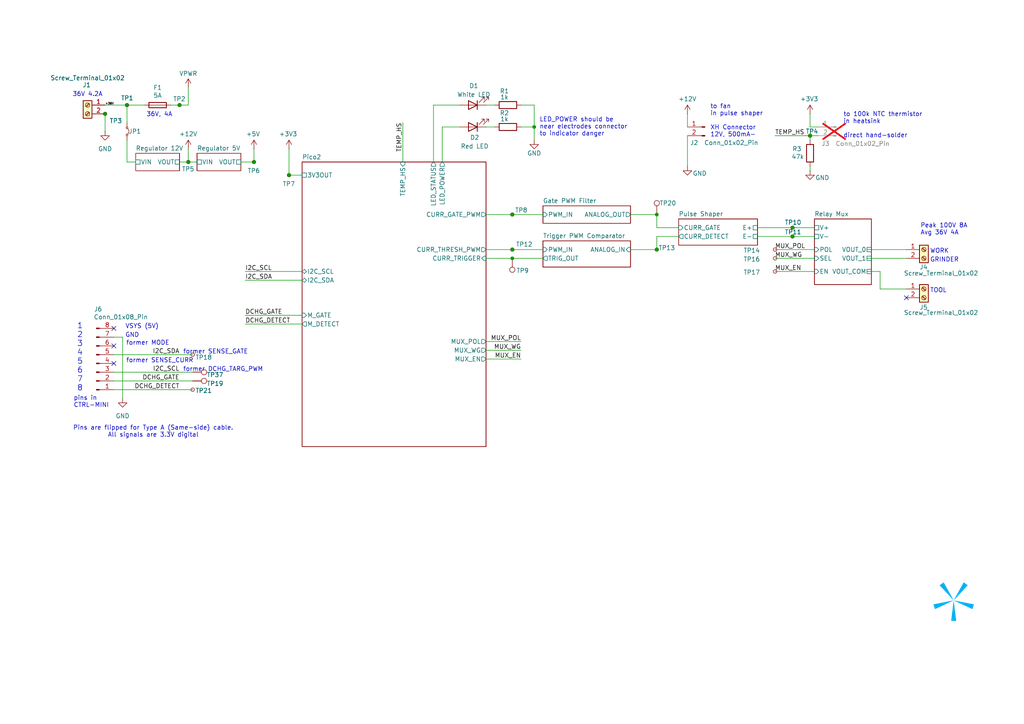
<source format=kicad_sch>
(kicad_sch (version 20231120) (generator "eeschema") (generator_version "8.0")
  (paper "A4")
  (title_block (title "CTRL-MINI-ED") (date "2024-12-11") (rev "1") (company "Spark Project") (comment 1 "Author: 夕月霞 (xyx)") (comment 2 "Electric Discharge Machining board for CTRL-MINI"))
  (lib_symbols
    (symbol "Connector:Conn_01x02_Pin" (pin_names (offset 1.016) hide)
      (property "Reference" "J" (at 0 2.54 0))
      (property "Value" "Conn_01x02_Pin" (at 0 -5.08 0))
      (symbol "Conn_01x02_Pin_1_1"
        (polyline (pts (xy 1.27 -2.54) (xy 0.8636 -2.54)) (stroke (width 0.1524)))
        (polyline (pts (xy 1.27 0) (xy 0.8636 0)) (stroke (width 0.1524)))
        (rectangle (start 0.8636 -2.413) (end 0 -2.667) (stroke (width 0.1524)) (fill (type outline)))
        (rectangle (start 0.8636 0.127) (end 0 -0.127) (stroke (width 0.1524)) (fill (type outline)))
        (pin passive line (at 5.08 0 180) (length 3.81) (name "Pin_1") (number "1"))
        (pin passive line (at 5.08 -2.54 180) (length 3.81) (name "Pin_2") (number "2"))
      )
    )
    (symbol "Connector:Conn_01x08_Pin" (pin_names (offset 1.016) hide)
      (property "Reference" "J" (at 0 10.16 0))
      (property "Value" "Conn_01x08_Pin" (at 0 -12.7 0))
      (symbol "Conn_01x08_Pin_1_1"
        (polyline (pts (xy 1.27 -10.16) (xy 0.8636 -10.16)) (stroke (width 0.1524)))
        (polyline (pts (xy 1.27 -7.62) (xy 0.8636 -7.62)) (stroke (width 0.1524)))
        (polyline (pts (xy 1.27 -5.08) (xy 0.8636 -5.08)) (stroke (width 0.1524)))
        (polyline (pts (xy 1.27 -2.54) (xy 0.8636 -2.54)) (stroke (width 0.1524)))
        (polyline (pts (xy 1.27 0) (xy 0.8636 0)) (stroke (width 0.1524)))
        (polyline (pts (xy 1.27 2.54) (xy 0.8636 2.54)) (stroke (width 0.1524)))
        (polyline (pts (xy 1.27 5.08) (xy 0.8636 5.08)) (stroke (width 0.1524)))
        (polyline (pts (xy 1.27 7.62) (xy 0.8636 7.62)) (stroke (width 0.1524)))
        (rectangle (start 0.8636 -10.033) (end 0 -10.287) (stroke (width 0.1524)) (fill (type outline)))
        (rectangle (start 0.8636 -7.493) (end 0 -7.747) (stroke (width 0.1524)) (fill (type outline)))
        (rectangle (start 0.8636 -4.953) (end 0 -5.207) (stroke (width 0.1524)) (fill (type outline)))
        (rectangle (start 0.8636 -2.413) (end 0 -2.667) (stroke (width 0.1524)) (fill (type outline)))
        (rectangle (start 0.8636 0.127) (end 0 -0.127) (stroke (width 0.1524)) (fill (type outline)))
        (rectangle (start 0.8636 2.667) (end 0 2.413) (stroke (width 0.1524)) (fill (type outline)))
        (rectangle (start 0.8636 5.207) (end 0 4.953) (stroke (width 0.1524)) (fill (type outline)))
        (rectangle (start 0.8636 7.747) (end 0 7.493) (stroke (width 0.1524)) (fill (type outline)))
        (pin passive line (at 5.08 7.62 180) (length 3.81) (name "Pin_1") (number "1"))
        (pin passive line (at 5.08 5.08 180) (length 3.81) (name "Pin_2") (number "2"))
        (pin passive line (at 5.08 2.54 180) (length 3.81) (name "Pin_3") (number "3"))
        (pin passive line (at 5.08 0 180) (length 3.81) (name "Pin_4") (number "4"))
        (pin passive line (at 5.08 -2.54 180) (length 3.81) (name "Pin_5") (number "5"))
        (pin passive line (at 5.08 -5.08 180) (length 3.81) (name "Pin_6") (number "6"))
        (pin passive line (at 5.08 -7.62 180) (length 3.81) (name "Pin_7") (number "7"))
        (pin passive line (at 5.08 -10.16 180) (length 3.81) (name "Pin_8") (number "8"))
      )
    )
    (symbol "Connector:Screw_Terminal_01x02" (pin_names (offset 1.016) hide)
      (property "Reference" "J" (at 0 2.54 0))
      (property "Value" "Screw_Terminal_01x02" (at 0 -5.08 0))
      (symbol "Screw_Terminal_01x02_1_1"
        (rectangle (start -1.27 1.27) (end 1.27 -3.81) (stroke (width 0.254)) (fill (type background)))
        (circle (center 0 -2.54) (radius 0.635) (stroke (width 0.1524)))
        (polyline (pts (xy -0.5334 -2.2098) (xy 0.3302 -3.048)) (stroke (width 0.1524)))
        (polyline (pts (xy -0.5334 0.3302) (xy 0.3302 -0.508)) (stroke (width 0.1524)))
        (polyline (pts (xy -0.3556 -2.032) (xy 0.508 -2.8702)) (stroke (width 0.1524)))
        (polyline (pts (xy -0.3556 0.508) (xy 0.508 -0.3302)) (stroke (width 0.1524)))
        (circle (center 0 0) (radius 0.635) (stroke (width 0.1524)))
        (pin passive line (at -5.08 0 0) (length 3.81) (name "Pin_1") (number "1"))
        (pin passive line (at -5.08 -2.54 0) (length 3.81) (name "Pin_2") (number "2"))
      )
    )
    (symbol "Connector:TestPoint" (pin_numbers hide) (pin_names (offset 0.762) hide)
      (property "Reference" "TP" (at 0 6.858 0))
      (property "Value" "TestPoint" (at 0 5.08 0))
      (symbol "TestPoint_0_1"
        (circle (center 0 3.302) (radius 0.762))
      )
      (symbol "TestPoint_1_1"
        (pin passive line (at 0 0 90) (length 2.54) (name "1") (number "1"))
      )
    )
    (symbol "Connector:TestPoint_Small" (pin_numbers hide) (pin_names (offset 0.762) hide)
      (property "Reference" "TP" (at 0 3.81 0))
      (property "Value" "TestPoint_Small" (at 0 2.032 0))
      (symbol "TestPoint_Small_0_1"
        (circle (center 0 0) (radius 0.508))
      )
      (symbol "TestPoint_Small_1_1"
        (pin passive line (at 0 0 90) (length 0) (name "1") (number "1"))
      )
    )
    (symbol "Device:Fuse" (pin_numbers hide) (pin_names (offset 0))
      (property "Reference" "F" (at 2.032 0 90))
      (property "Value" "Fuse" (at -1.905 0 90))
      (symbol "Fuse_0_1"
        (rectangle (start -0.762 -2.54) (end 0.762 2.54) (stroke (width 0.254)))
        (polyline (pts (xy 0 2.54) (xy 0 -2.54)))
      )
      (symbol "Fuse_1_1"
        (pin passive line (at 0 3.81 270) (length 1.27) (name "~") (number "1"))
        (pin passive line (at 0 -3.81 90) (length 1.27) (name "~") (number "2"))
      )
    )
    (symbol "Device:LED" (pin_numbers hide) (pin_names (offset 1.016) hide)
      (property "Reference" "D" (at 0 2.54 0))
      (property "Value" "LED" (at 0 -2.54 0))
      (symbol "LED_0_1"
        (polyline (pts (xy -1.27 -1.27) (xy -1.27 1.27)) (stroke (width 0.254)))
        (polyline (pts (xy -1.27 0) (xy 1.27 0)))
        (polyline (pts (xy 1.27 -1.27) (xy 1.27 1.27) (xy -1.27 0) (xy 1.27 -1.27)) (stroke (width 0.254)))
        (polyline (pts (xy -3.048 -0.762) (xy -4.572 -2.286) (xy -3.81 -2.286) (xy -4.572 -2.286) (xy -4.572 -1.524)))
        (polyline (pts (xy -1.778 -0.762) (xy -3.302 -2.286) (xy -2.54 -2.286) (xy -3.302 -2.286) (xy -3.302 -1.524)))
      )
      (symbol "LED_1_1"
        (pin passive line (at -3.81 0 0) (length 2.54) (name "K") (number "1"))
        (pin passive line (at 3.81 0 180) (length 2.54) (name "A") (number "2"))
      )
    )
    (symbol "Device:R" (pin_numbers hide) (pin_names (offset 0))
      (property "Reference" "R" (at 2.032 0 90))
      (property "Value" "R" (at 0 0 90))
      (symbol "R_0_1"
        (rectangle (start -1.016 -2.54) (end 1.016 2.54) (stroke (width 0.254)))
      )
      (symbol "R_1_1"
        (pin passive line (at 0 3.81 270) (length 1.27) (name "~") (number "1"))
        (pin passive line (at 0 -3.81 90) (length 1.27) (name "~") (number "2"))
      )
    )
    (symbol "Jumper:Jumper_2_Small_Bridged" (pin_numbers hide) (pin_names (offset 0) hide) (exclude_from_sim yes)
      (property "Reference" "JP" (at 0 2.032 0))
      (property "Value" "Jumper_2_Small_Bridged" (at 0 -2.286 0))
      (symbol "Jumper_2_Small_Bridged_0_0"
        (circle (center -1.016 0) (radius 0.254))
        (circle (center 1.016 0) (radius 0.254))
      )
      (symbol "Jumper_2_Small_Bridged_0_1"
        (arc (start 0.762 0.254) (mid 0 0.5696) (end -0.762 0.254))
      )
      (symbol "Jumper_2_Small_Bridged_1_1"
        (pin passive line (at -2.54 0 0) (length 1.27) (name "A") (number "1"))
        (pin passive line (at 2.54 0 180) (length 1.27) (name "B") (number "2"))
      )
    )
    (symbol "power:GND" (power) (pin_numbers hide) (pin_names (offset 0) hide)
      (property "Value" "GND" (at 0 -3.81 0))
      (symbol "GND_0_1"
        (polyline (pts (xy 0 0) (xy 0 -1.27) (xy 1.27 -1.27) (xy 0 -2.54) (xy -1.27 -1.27) (xy 0 -1.27)))
      )
      (symbol "GND_1_1"
        (pin power_in line (at 0 0 270) (length 0) (name "~") (number "1"))
      )
    )
    (symbol "power:VCC" (power) (pin_numbers hide) (pin_names (offset 0) hide)
      (property "Value" "VCC" (at 0 3.556 0))
      (symbol "VCC_0_1"
        (polyline (pts (xy -0.762 1.27) (xy 0 2.54)))
        (polyline (pts (xy 0 0) (xy 0 2.54)))
        (polyline (pts (xy 0 2.54) (xy 0.762 1.27)))
      )
      (symbol "VCC_1_1"
        (pin power_in line (at 0 0 90) (length 0) (name "~") (number "1"))
      )
    )
    (symbol "power:VDD" (power) (pin_numbers hide) (pin_names (offset 0) hide)
      (property "Value" "VDD" (at 0 3.556 0))
      (symbol "VDD_0_1"
        (polyline (pts (xy -0.762 1.27) (xy 0 2.54)))
        (polyline (pts (xy 0 0) (xy 0 2.54)))
        (polyline (pts (xy 0 2.54) (xy 0.762 1.27)))
      )
      (symbol "VDD_1_1"
        (pin power_in line (at 0 0 90) (length 0) (name "~") (number "1"))
      )
    )
  )
  (junction (at 148.59 74.93))
  (junction (at 229.87 66.04))
  (junction (at 52.07 30.48))
  (junction (at 73.66 46.99))
  (junction (at 54.61 46.99))
  (junction (at 148.59 72.39))
  (junction (at 148.59 62.23))
  (junction (at 234.95 39.37))
  (junction (at 83.82 50.8))
  (junction (at 190.5 62.23))
  (junction (at 30.48 33.02))
  (junction (at 190.5 72.39))
  (junction (at 229.87 68.58))
  (junction (at 154.94 36.83))
  (junction (at 36.83 30.48))
  (no_connect (at 33.02 105.41))
  (no_connect (at 33.02 95.25))
  (no_connect (at 33.02 100.33))
  (no_connect (at 262.89 86.36))
  (wire (pts (xy 182.88 72.39) (xy 190.5 72.39)))
  (wire (pts (xy 151.13 36.83) (xy 154.94 36.83)))
  (wire (pts (xy 251.46 72.39) (xy 262.89 72.39)))
  (wire (pts (xy 52.07 46.99) (xy 54.61 46.99)))
  (wire (pts (xy 219.71 68.58) (xy 229.87 68.58)))
  (wire (pts (xy 190.5 66.04) (xy 190.5 62.23)))
  (wire (pts (xy 255.27 83.82) (xy 262.89 83.82)))
  (wire (pts (xy 71.12 93.98) (xy 87.63 93.98)))
  (wire (pts (xy 116.84 46.99) (xy 116.84 35.56)))
  (wire (pts (xy 255.27 78.74) (xy 251.46 78.74)))
  (wire (pts (xy 151.13 30.48) (xy 154.94 30.48)))
  (wire (pts (xy 255.27 83.82) (xy 255.27 78.74)))
  (wire (pts (xy 199.39 33.02) (xy 199.39 36.83)))
  (wire (pts (xy 128.27 36.83) (xy 128.27 46.99)))
  (wire (pts (xy 30.48 30.48) (xy 36.83 30.48)))
  (wire (pts (xy 140.97 104.14) (xy 151.13 104.14)))
  (wire (pts (xy 133.35 30.48) (xy 125.73 30.48)))
  (wire (pts (xy 190.5 66.04) (xy 196.85 66.04)))
  (wire (pts (xy 251.46 74.93) (xy 262.89 74.93)))
  (wire (pts (xy 71.12 81.28) (xy 87.63 81.28)))
  (wire (pts (xy 140.97 30.48) (xy 143.51 30.48)))
  (wire (pts (xy 30.48 33.02) (xy 30.48 38.1)))
  (wire (pts (xy 33.02 102.87) (xy 55.88 102.87)))
  (wire (pts (xy 54.61 43.18) (xy 54.61 46.99)))
  (wire (pts (xy 154.94 36.83) (xy 154.94 40.64)))
  (wire (pts (xy 224.79 78.74) (xy 236.22 78.74)))
  (wire (pts (xy 54.61 25.4) (xy 54.61 30.48)))
  (wire (pts (xy 36.83 46.99) (xy 39.37 46.99)))
  (wire (pts (xy 224.79 74.93) (xy 236.22 74.93)))
  (wire (pts (xy 237.49 39.37) (xy 234.95 39.37)))
  (wire (pts (xy 234.95 36.83) (xy 234.95 33.02)))
  (wire (pts (xy 52.07 30.48) (xy 54.61 30.48)))
  (wire (pts (xy 71.12 78.74) (xy 87.63 78.74)))
  (wire (pts (xy 140.97 99.06) (xy 151.13 99.06)))
  (wire (pts (xy 148.59 74.93) (xy 157.48 74.93)))
  (wire (pts (xy 190.5 68.58) (xy 196.85 68.58)))
  (wire (pts (xy 224.79 39.37) (xy 234.95 39.37)))
  (wire (pts (xy 154.94 30.48) (xy 154.94 36.83)))
  (wire (pts (xy 36.83 30.48) (xy 41.91 30.48)))
  (wire (pts (xy 229.87 66.04) (xy 236.22 66.04)))
  (wire (pts (xy 229.87 68.58) (xy 236.22 68.58)))
  (wire (pts (xy 133.35 36.83) (xy 128.27 36.83)))
  (wire (pts (xy 234.95 39.37) (xy 234.95 40.64)))
  (wire (pts (xy 140.97 74.93) (xy 148.59 74.93)))
  (wire (pts (xy 33.02 110.49) (xy 55.88 110.49)))
  (wire (pts (xy 35.56 97.79) (xy 35.56 115.57)))
  (wire (pts (xy 83.82 50.8) (xy 87.63 50.8)))
  (wire (pts (xy 140.97 36.83) (xy 143.51 36.83)))
  (wire (pts (xy 148.59 72.39) (xy 157.48 72.39)))
  (wire (pts (xy 140.97 72.39) (xy 148.59 72.39)))
  (wire (pts (xy 33.02 113.03) (xy 55.88 113.03)))
  (wire (pts (xy 36.83 30.48) (xy 36.83 35.56)))
  (wire (pts (xy 190.5 68.58) (xy 190.5 72.39)))
  (wire (pts (xy 49.53 30.48) (xy 52.07 30.48)))
  (wire (pts (xy 54.61 46.99) (xy 57.15 46.99)))
  (wire (pts (xy 125.73 30.48) (xy 125.73 46.99)))
  (wire (pts (xy 190.5 62.23) (xy 182.88 62.23)))
  (wire (pts (xy 69.85 46.99) (xy 73.66 46.99)))
  (wire (pts (xy 219.71 66.04) (xy 229.87 66.04)))
  (wire (pts (xy 224.79 72.39) (xy 236.22 72.39)))
  (wire (pts (xy 148.59 62.23) (xy 157.48 62.23)))
  (wire (pts (xy 73.66 46.99) (xy 73.66 43.18)))
  (wire (pts (xy 33.02 107.95) (xy 55.88 107.95)))
  (wire (pts (xy 140.97 62.23) (xy 148.59 62.23)))
  (wire (pts (xy 140.97 101.6) (xy 151.13 101.6)))
  (wire (pts (xy 36.83 40.64) (xy 36.83 46.99)))
  (wire (pts (xy 199.39 39.37) (xy 199.39 48.26)))
  (wire (pts (xy 83.82 43.18) (xy 83.82 50.8)))
  (wire (pts (xy 234.95 48.26) (xy 234.95 49.53)))
  (wire (pts (xy 71.12 91.44) (xy 87.63 91.44)))
  (wire (pts (xy 237.49 36.83) (xy 234.95 36.83)))
  (wire (pts (xy 33.02 97.79) (xy 35.56 97.79)))
  (image (at 276.606 174.498) (scale 1.13867))
  (text "Peak 100V 8A\nAvg 36V 4A\n" (at 266.954 66.548 0) (effects (font (size 1.27 1.27)) (justify left)))
  (text "to fan\nin pulse shaper\n\nXH Connector\n12V, 500mA-" (at 205.994 35.052 0) (effects (font (size 1.27 1.27)) (justify left)))
  (text "pins in\nCTRL-MINI\n" (at 21.336 116.586 0) (effects (font (size 1.27 1.27)) (justify left)))
  (text "Pins are flipped for Type A (Same-side) cable.\nAll signals are 3.3V digital\n" (at 44.45 125.222 0) (effects (font (size 1.27 1.27))))
  (text "36V 4.2A" (at 25.4 27.432 0) (effects (font (size 1.27 1.27))))
  (text "former SENSE_CURR" (at 36.576 104.648 0) (effects (font (size 1.27 1.27)) (justify left)))
  (text "GND" (at 36.322 97.282 0) (effects (font (size 1.27 1.27)) (justify left)))
  (text "former MODE" (at 36.576 99.568 0) (effects (font (size 1.27 1.27)) (justify left)))
  (text "to 100k NTC thermistor\nin heatsink\n\ndirect hand-solder" (at 244.602 36.322 0) (effects (font (size 1.27 1.27)) (justify left)))
  (text "former SENSE_GATE" (at 53.086 102.108 0) (effects (font (size 1.27 1.27)) (justify left)))
  (text "LED_POWER should be\nnear electrodes connector\nto indicator danger" (at 156.464 36.83 0) (effects (font (size 1.27 1.27)) (justify left)))
  (text "TOOL" (at 269.748 84.328 0) (effects (font (size 1.27 1.27)) (justify left)))
  (text "GRINDER" (at 269.748 75.438 0) (effects (font (size 1.27 1.27)) (justify left)))
  (text "1\n2\n3\n4\n5\n6\n7\n8" (at 22.352 103.632 0) (effects (font (size 1.6 1.6)) (justify left)))
  (text "VSYS (5V)" (at 36.322 94.742 0) (effects (font (size 1.27 1.27)) (justify left)))
  (text "WORK" (at 269.748 72.898 0) (effects (font (size 1.27 1.27)) (justify left)))
  (text "36V, 4A" (at 46.228 33.274 0) (effects (font (size 1.27 1.27))))
  (text "former DCHG_TARG_PWM" (at 53.086 107.188 0) (effects (font (size 1.27 1.27)) (justify left)))
  (label "MUX_POL" (at 224.79 72.39 0))
  (label "MUX_EN" (at 151.13 104.14 180))
  (label "DCHG_DETECT" (at 71.12 93.98 0))
  (label "DCHG_DETECT" (at 52.07 113.03 180))
  (label "TEMP_HS" (at 224.79 39.37 0))
  (label "DCHG_GATE" (at 52.07 110.49 180))
  (label "I2C_SCL" (at 52.07 107.95 180))
  (label "MUX_EN" (at 224.79 78.74 0))
  (label "+36V" (at 30.48 30.48 0) (effects (font (size 0.6 0.6))))
  (label "I2C_SDA" (at 71.12 81.28 0))
  (label "MUX_WG" (at 151.13 101.6 180))
  (label "MUX_POL" (at 151.13 99.06 180))
  (label "TEMP_HS" (at 116.84 35.56 270))
  (label "MUX_WG" (at 224.79 74.93 0))
  (label "I2C_SCL" (at 71.12 78.74 0))
  (label "DCHG_GATE" (at 71.12 91.44 0))
  (label "I2C_SDA" (at 52.07 102.87 180))
  (symbol (lib_id "Connector:TestPoint") (at 190.5 62.23 0) (unit 1)
    (property "Reference" "TP20" (at 191.262 58.928 0) (effects (justify left)))
    (property "Value" "TestPoint" (effects (hide yes)))
    (property "Footprint" "TestPoint:TestPoint_Loop_D2.54mm_Drill1.5mm_Beaded" (effects (hide yes)))
    (property "Description" "test point" (effects (hide yes)))
    (property "LCSC" "C5199801" (effects (hide yes)))
  )
  (symbol (lib_id "Connector:TestPoint_Small") (at 52.07 30.48 180) (unit 1)
    (property "Reference" "TP2" (at 53.848 28.702 0) (effects (justify left)))
    (property "Value" "TestPoint" (effects (hide yes)))
    (property "Footprint" "TestPoint:TestPoint_Pad_D1.5mm" (effects (hide yes)))
    (property "Description" "test point" (effects (hide yes)))
  )
  (symbol (lib_id "Device:R") (at 147.32 30.48 90) (unit 1)
    (property "Reference" "R1" (at 146.304 26.416 90))
    (property "Value" "1k" (at 146.304 28.194 90))
    (property "Footprint" "Resistor_SMD:R_0603_1608Metric" (effects (hide yes)))
    (property "Description" "Resistor" (effects (hide yes)))
    (property "LCSC" "C21190" (effects (hide yes)))
  )
  (symbol (lib_id "power:VCC") (at 83.82 43.18 0) (unit 1)
    (property "Reference" "#PWR08" (effects (hide yes)))
    (property "Value" "+3V3" (at 83.566 38.862 0))
    (property "Description" "Power symbol creates a global label with name \"VCC\"" (effects (hide yes)))
  )
  (symbol (lib_id "Connector:Conn_01x08_Pin") (at 27.94 105.41 0) (mirror x) (unit 1) (exclude_from_sim yes)
    (property "Reference" "J6" (at 28.448 89.662 0))
    (property "Value" "Conn_01x08_Pin" (at 35.052 91.948 0))
    (property "Footprint" "SparkAll:Molex_Connector_8pin_P1mm_526100872" (effects (hide yes)))
    (property "Description" "Generic connector, single row, 01x08, script generated" (effects (hide yes)))
    (property "LCSC" "C2915520" (effects (hide yes)))
  )
  (symbol (lib_id "Connector:TestPoint_Small") (at 148.59 72.39 0) (unit 1)
    (property "Reference" "TP12" (at 149.606 70.866 0) (effects (justify left)))
    (property "Value" "TestPoint" (effects (hide yes)))
    (property "Footprint" "TestPoint:TestPoint_Pad_D1.5mm" (effects (hide yes)))
    (property "Description" "test point" (effects (hide yes)))
  )
  (symbol (lib_id "Connector:Conn_01x02_Pin") (at 204.47 36.83 0) (mirror y) (unit 1)
    (property "Reference" "J2" (at 200.152 41.402 0) (effects (justify right)))
    (property "Value" "Conn_01x02_Pin" (at 204.216 41.402 0) (effects (justify right)))
    (property "Footprint" "Connector_JST:JST_XH_B2B-XH-AM_1x02_P2.50mm_Vertical" (effects (hide yes)))
    (property "Description" "Generic connector, single row, 01x02, script generated" (effects (hide yes)))
    (property "LCSC" "C161869" (effects (hide yes)))
  )
  (symbol (lib_id "Connector:TestPoint") (at 148.59 74.93 180) (unit 1)
    (property "Reference" "TP9" (at 153.416 78.486 0) (effects (justify left)))
    (property "Value" "TestPoint" (effects (hide yes)))
    (property "Footprint" "TestPoint:TestPoint_Loop_D2.54mm_Drill1.5mm_Beaded" (effects (hide yes)))
    (property "Description" "test point" (effects (hide yes)))
    (property "LCSC" "C5199801" (effects (hide yes)))
  )
  (symbol (lib_id "Connector:TestPoint_Small") (at 73.66 46.99 180) (unit 1)
    (property "Reference" "TP6" (at 75.438 49.53 0) (effects (justify left)))
    (property "Value" "TestPoint" (effects (hide yes)))
    (property "Footprint" "TestPoint:TestPoint_Pad_D1.5mm" (effects (hide yes)))
    (property "Description" "test point" (effects (hide yes)))
  )
  (symbol (lib_id "power:VCC") (at 234.95 33.02 0) (unit 1)
    (property "Reference" "#PWR03" (effects (hide yes)))
    (property "Value" "+3V3" (at 234.696 28.702 0))
    (property "Description" "Power symbol creates a global label with name \"VCC\"" (effects (hide yes)))
  )
  (symbol (lib_id "Connector:TestPoint_Small") (at 224.79 78.74 90) (unit 1)
    (property "Reference" "TP17" (at 220.472 78.994 90) (effects (justify left)))
    (property "Value" "TestPoint" (effects (hide yes)))
    (property "Footprint" "TestPoint:TestPoint_Pad_D1.5mm" (effects (hide yes)))
    (property "Description" "test point" (effects (hide yes)))
  )
  (symbol (lib_id "Connector:TestPoint_Small") (at 229.87 68.58 0) (unit 1)
    (property "Reference" "TP11" (at 227.584 67.31 0) (effects (justify left)))
    (property "Value" "TestPoint" (effects (hide yes)))
    (property "Footprint" "TestPoint:TestPoint_Pad_D1.5mm" (effects (hide yes)))
    (property "Description" "test point" (effects (hide yes)))
  )
  (symbol (lib_id "Connector:TestPoint_Small") (at 190.5 72.39 180) (unit 1)
    (property "Reference" "TP13" (at 195.834 71.882 0) (effects (justify left)))
    (property "Value" "TestPoint" (effects (hide yes)))
    (property "Footprint" "TestPoint:TestPoint_Pad_D1.5mm" (effects (hide yes)))
    (property "Description" "test point" (effects (hide yes)))
  )
  (symbol (lib_id "Connector:TestPoint_Small") (at 229.87 66.04 0) (unit 1)
    (property "Reference" "TP10" (at 227.584 64.516 0) (effects (justify left)))
    (property "Value" "TestPoint" (effects (hide yes)))
    (property "Footprint" "TestPoint:TestPoint_Pad_D1.5mm" (effects (hide yes)))
    (property "Description" "test point" (effects (hide yes)))
  )
  (symbol (lib_id "Device:LED") (at 137.16 30.48 180) (unit 1)
    (property "Reference" "D1" (at 137.414 24.892 0))
    (property "Value" "White LED" (at 137.414 27.432 0))
    (property "Footprint" "LED_SMD:LED_0603_1608Metric" (effects (hide yes)))
    (property "Description" "Light emitting diode" (effects (hide yes)))
    (property "LCSC" "C2290" (effects (hide yes)))
  )
  (symbol (lib_id "Jumper:Jumper_2_Small_Bridged") (at 36.83 38.1 270) (unit 1) (exclude_from_sim yes)
    (property "Reference" "JP1" (at 39.116 38.1 90))
    (property "Value" "Jumper_2_Small_Bridged" (effects (hide yes)))
    (property "Footprint" "Jumper:SolderJumper-2_P1.3mm_Bridged_RoundedPad1.0x1.5mm" (effects (hide yes)))
    (property "Description" "Jumper, 2-pole, small symbol, bridged" (effects (hide yes)))
  )
  (symbol (lib_id "Device:LED") (at 137.16 36.83 180) (unit 1)
    (property "Reference" "D2" (at 137.668 39.878 0))
    (property "Value" "Red LED" (at 137.668 42.418 0))
    (property "Footprint" "LED_SMD:LED_0603_1608Metric" (effects (hide yes)))
    (property "Description" "Light emitting diode" (effects (hide yes)))
    (property "LCSC" "C2286" (effects (hide yes)))
  )
  (symbol (lib_id "Connector:TestPoint_Small") (at 30.48 33.02 270) (unit 1)
    (property "Reference" "TP3" (at 31.75 35.052 90) (effects (justify left)))
    (property "Value" "TestPoint" (effects (hide yes)))
    (property "Footprint" "TestPoint:TestPoint_Pad_D1.5mm" (effects (hide yes)))
    (property "Description" "test point" (effects (hide yes)))
  )
  (symbol (lib_id "Connector:Screw_Terminal_01x02") (at 267.97 72.39 0) (unit 1) (exclude_from_sim yes)
    (property "Reference" "J4" (at 266.7 77.47 0) (effects (justify left)))
    (property "Value" "Screw_Terminal_01x02" (at 262.128 79.248 0) (effects (justify left)))
    (property "Footprint" "SparkAll:Wurth_TerminalBlock_2pin_P5mm_691137710002" (effects (hide yes)))
    (property "Description" "Generic screw terminal, single row, 01x02, script generated (kicad-library-utils/schlib/autogen/connector/)" (effects (hide yes)))
    (property "LCSC" "C8269" (effects (hide yes)))
  )
  (symbol (lib_id "Connector:TestPoint_Small") (at 224.79 72.39 90) (unit 1)
    (property "Reference" "TP14" (at 220.472 72.644 90) (effects (justify left)))
    (property "Value" "TestPoint" (effects (hide yes)))
    (property "Footprint" "TestPoint:TestPoint_Pad_D1.5mm" (effects (hide yes)))
    (property "Description" "test point" (effects (hide yes)))
  )
  (symbol (lib_id "power:GND") (at 35.56 115.57 0) (unit 1) (exclude_from_sim yes)
    (property "Reference" "#PWR011" (effects (hide yes)))
    (property "Value" "GND" (at 35.56 120.65 0))
    (property "Description" "Power symbol creates a global label with name \"GND\" , ground" (effects (hide yes)))
  )
  (symbol (lib_id "Device:R") (at 147.32 36.83 90) (unit 1)
    (property "Reference" "R2" (at 146.304 32.766 90))
    (property "Value" "1k" (at 146.304 34.544 90))
    (property "Footprint" "Resistor_SMD:R_0603_1608Metric" (effects (hide yes)))
    (property "Description" "Resistor" (effects (hide yes)))
    (property "LCSC" "C21190" (effects (hide yes)))
  )
  (symbol (lib_id "power:VDD") (at 54.61 43.18 0) (unit 1)
    (property "Reference" "#PWR06" (effects (hide yes)))
    (property "Value" "+12V" (at 54.61 38.862 0))
    (property "Description" "Power symbol creates a global label with name \"VDD\"" (effects (hide yes)))
  )
  (symbol (lib_id "Connector:TestPoint_Small") (at 55.88 113.03 270) (unit 1)
    (property "Reference" "TP21" (at 56.642 113.284 90) (effects (justify left)))
    (property "Value" "TestPoint" (effects (hide yes)))
    (property "Footprint" "TestPoint:TestPoint_Pad_D1.5mm" (effects (hide yes)))
    (property "Description" "test point" (effects (hide yes)))
  )
  (symbol (lib_id "power:GND") (at 199.39 48.26 0) (unit 1)
    (property "Reference" "#PWR09" (effects (hide yes)))
    (property "Value" "GND" (at 202.946 50.292 0))
    (property "Description" "Power symbol creates a global label with name \"GND\" , ground" (effects (hide yes)))
  )
  (symbol (lib_id "Connector:TestPoint_Small") (at 148.59 62.23 0) (unit 1)
    (property "Reference" "TP8" (at 149.352 60.96 0) (effects (justify left)))
    (property "Value" "TestPoint" (effects (hide yes)))
    (property "Footprint" "TestPoint:TestPoint_Pad_D1.5mm" (effects (hide yes)))
    (property "Description" "test point" (effects (hide yes)))
  )
  (symbol (lib_id "power:VDD") (at 199.39 33.02 0) (unit 1)
    (property "Reference" "#PWR02" (effects (hide yes)))
    (property "Value" "+12V" (at 199.39 28.702 0))
    (property "Description" "Power symbol creates a global label with name \"VDD\"" (effects (hide yes)))
  )
  (symbol (lib_id "Connector:Conn_01x02_Pin") (at 242.57 36.83 0) (mirror y) (unit 1) (dnp yes)
    (property "Reference" "J3" (at 238.252 41.656 0) (effects (justify right)))
    (property "Value" "Conn_01x02_Pin" (at 242.316 41.656 0) (effects (justify right)))
    (property "Footprint" "Connector_JST:JST_XH_B2B-XH-AM_1x02_P2.50mm_Vertical" (effects (hide yes)))
    (property "Description" "Generic connector, single row, 01x02, script generated" (effects (hide yes)))
    (property "LCSC" "C161869" (effects (hide yes)))
  )
  (symbol (lib_id "Device:Fuse") (at 45.72 30.48 90) (unit 1)
    (property "Reference" "F1" (at 45.72 25.4 90))
    (property "Value" "5A" (at 45.72 27.686 90))
    (property "Footprint" "Fuse:Fuse_Littelfuse-NANO2-451_453" (effects (hide yes)))
    (property "Description" "Fuse" (effects (hide yes)))
    (property "LCSC" "C48467" (effects (hide yes)))
  )
  (symbol (lib_id "power:GND") (at 154.94 40.64 0) (unit 1) (exclude_from_sim yes)
    (property "Reference" "#PWR05" (effects (hide yes)))
    (property "Value" "GND" (at 154.94 44.45 0))
    (property "Description" "Power symbol creates a global label with name \"GND\" , ground" (effects (hide yes)))
  )
  (symbol (lib_id "Connector:Screw_Terminal_01x02") (at 267.97 83.82 0) (unit 1) (exclude_from_sim yes)
    (property "Reference" "J5" (at 266.7 89.154 0) (effects (justify left)))
    (property "Value" "Screw_Terminal_01x02" (at 262.128 90.678 0) (effects (justify left)))
    (property "Footprint" "SparkAll:Wurth_TerminalBlock_2pin_P5mm_691137710002" (effects (hide yes)))
    (property "Description" "Generic screw terminal, single row, 01x02, script generated (kicad-library-utils/schlib/autogen/connector/)" (effects (hide yes)))
    (property "LCSC" "C8269" (effects (hide yes)))
  )
  (symbol (lib_id "Connector:TestPoint_Small") (at 224.79 74.93 90) (unit 1)
    (property "Reference" "TP16" (at 220.472 75.184 90) (effects (justify left)))
    (property "Value" "TestPoint" (effects (hide yes)))
    (property "Footprint" "TestPoint:TestPoint_Pad_D1.5mm" (effects (hide yes)))
    (property "Description" "test point" (effects (hide yes)))
  )
  (symbol (lib_id "Connector:TestPoint_Small") (at 234.95 39.37 270) (unit 1)
    (property "Reference" "TP4" (at 233.68 38.1 90) (effects (justify left)))
    (property "Value" "TestPoint" (effects (hide yes)))
    (property "Footprint" "TestPoint:TestPoint_Pad_D1.5mm" (effects (hide yes)))
    (property "Description" "test point" (effects (hide yes)))
  )
  (symbol (lib_id "Connector:TestPoint_Small") (at 55.88 102.87 270) (unit 1)
    (property "Reference" "TP18" (at 56.642 103.632 90) (effects (justify left)))
    (property "Value" "TestPoint" (effects (hide yes)))
    (property "Footprint" "TestPoint:TestPoint_Pad_D1.5mm" (effects (hide yes)))
    (property "Description" "test point" (effects (hide yes)))
  )
  (symbol (lib_id "Connector:TestPoint") (at 55.88 107.95 270) (unit 1)
    (property "Reference" "TP37" (at 59.944 108.712 90) (effects (justify left)))
    (property "Value" "TestPoint" (effects (hide yes)))
    (property "Footprint" "TestPoint:TestPoint_Loop_D2.54mm_Drill1.5mm_Beaded" (effects (hide yes)))
    (property "Description" "test point" (effects (hide yes)))
    (property "LCSC" "C5199801" (effects (hide yes)))
  )
  (symbol (lib_id "power:GND") (at 30.48 38.1 0) (unit 1) (exclude_from_sim yes)
    (property "Reference" "#PWR04" (effects (hide yes)))
    (property "Value" "GND" (at 30.48 43.18 0))
    (property "Description" "Power symbol creates a global label with name \"GND\" , ground" (effects (hide yes)))
  )
  (symbol (lib_id "Device:R") (at 234.95 44.45 0) (unit 1)
    (property "Reference" "R3" (at 231.14 43.18 0))
    (property "Value" "47k" (at 231.394 45.466 0))
    (property "Footprint" "Resistor_SMD:R_0603_1608Metric" (effects (hide yes)))
    (property "Description" "Resistor" (effects (hide yes)))
    (property "LCSC" "C25819" (effects (hide yes)))
  )
  (symbol (lib_id "power:VCC") (at 54.61 25.4 0) (unit 1) (exclude_from_sim yes)
    (property "Reference" "#PWR01" (effects (hide yes)))
    (property "Value" "VPWR" (at 54.61 21.336 0))
    (property "Description" "Power symbol creates a global label with name \"VCC\"" (effects (hide yes)))
  )
  (symbol (lib_id "Connector:Screw_Terminal_01x02") (at 25.4 30.48 0) (mirror y) (unit 1) (exclude_from_sim yes)
    (property "Reference" "J1" (at 25.146 24.638 0))
    (property "Value" "Screw_Terminal_01x02" (at 25.4 22.606 0))
    (property "Footprint" "SparkAll:Wurth_TerminalBlock_2pin_P5mm_691137710002" (effects (hide yes)))
    (property "Description" "Generic screw terminal, single row, 01x02, script generated (kicad-library-utils/schlib/autogen/connector/)" (effects (hide yes)))
    (property "LCSC" "C8269" (effects (hide yes)))
  )
  (symbol (lib_id "power:GND") (at 234.95 49.53 0) (unit 1)
    (property "Reference" "#PWR010" (effects (hide yes)))
    (property "Value" "GND" (at 238.506 51.562 0))
    (property "Description" "Power symbol creates a global label with name \"GND\" , ground" (effects (hide yes)))
  )
  (symbol (lib_id "Connector:TestPoint_Small") (at 54.61 46.99 180) (unit 1)
    (property "Reference" "TP5" (at 56.388 49.022 0) (effects (justify left)))
    (property "Value" "TestPoint" (effects (hide yes)))
    (property "Footprint" "TestPoint:TestPoint_Pad_D1.5mm" (effects (hide yes)))
    (property "Description" "test point" (effects (hide yes)))
  )
  (symbol (lib_id "Connector:TestPoint_Small") (at 83.82 50.8 180) (unit 1)
    (property "Reference" "TP7" (at 85.598 53.34 0) (effects (justify left)))
    (property "Value" "TestPoint" (effects (hide yes)))
    (property "Footprint" "TestPoint:TestPoint_Pad_D1.5mm" (effects (hide yes)))
    (property "Description" "test point" (effects (hide yes)))
  )
  (symbol (lib_id "power:VCC") (at 73.66 43.18 0) (unit 1)
    (property "Reference" "#PWR07" (effects (hide yes)))
    (property "Value" "+5V" (at 73.406 38.862 0))
    (property "Description" "Power symbol creates a global label with name \"VCC\"" (effects (hide yes)))
  )
  (symbol (lib_id "Connector:TestPoint_Small") (at 36.83 30.48 0) (unit 1)
    (property "Reference" "TP1" (at 35.052 28.448 0) (effects (justify left)))
    (property "Value" "TestPoint" (effects (hide yes)))
    (property "Footprint" "TestPoint:TestPoint_Pad_D1.5mm" (effects (hide yes)))
    (property "Description" "test point" (effects (hide yes)))
  )
  (symbol (lib_id "Connector:TestPoint") (at 55.88 110.49 270) (unit 1)
    (property "Reference" "TP19" (at 59.944 111.252 90) (effects (justify left)))
    (property "Value" "TestPoint" (effects (hide yes)))
    (property "Footprint" "TestPoint:TestPoint_Loop_D2.54mm_Drill1.5mm_Beaded" (effects (hide yes)))
    (property "Description" "test point" (effects (hide yes)))
    (property "LCSC" "C5199801" (effects (hide yes)))
  )
  (sheet (at 157.48 59.69) (size 25.4 5.08) (stroke (width 0.1524))
    (property "Sheetname" "Gate PWM Filter" (at 157.48 58.9784 0) (effects (justify left bottom)))
    (property "Sheetfile" "gate_pwm_filter.kicad_sch" (effects (hide yes)))
    (pin "ANALOG_OUT" output (at 182.88 62.23 0))
    (pin "PWM_IN" input (at 157.48 62.23 180))
  )
  (sheet (at 57.15 44.45) (size 12.7 5.08) (stroke (width 0.1524))
    (property "Sheetname" "Regulator 5V" (at 57.15 43.7384 0) (effects (justify left bottom)))
    (property "Sheetfile" "regulator_5v.kicad_sch" (effects (hide yes)))
    (pin "VOUT" passive (at 69.85 46.99 0))
    (pin "VIN" passive (at 57.15 46.99 180))
  )
  (sheet (at 157.48 69.85) (size 25.4 7.62) (stroke (width 0.1524))
    (property "Sheetname" "Trigger PWM Comparator" (at 157.48 69.1384 0) (effects (justify left bottom)))
    (property "Sheetfile" "trigger_pwm_comparator.kicad_sch" (effects (hide yes)))
    (pin "PWM_IN" input (at 157.48 72.39 180))
    (pin "TRIG_OUT" output (at 157.48 74.93 180))
    (pin "ANALOG_IN" input (at 182.88 72.39 0))
  )
  (sheet (at 236.22 63.5) (size 16.51 19.05) (stroke (width 0.1524))
    (property "Sheetname" "Relay Mux" (at 236.22 62.7884 0) (effects (justify left bottom)))
    (property "Sheetfile" "relay_mux.kicad_sch" (effects (hide yes)))
    (pin "V-" passive (at 236.22 68.58 180))
    (pin "V+" passive (at 236.22 66.04 180))
    (pin "VOUT_COM" passive (at 252.73 78.74 0))
    (pin "VOUT_0" passive (at 252.73 72.39 0))
    (pin "VOUT_1" passive (at 252.73 74.93 0))
    (pin "SEL" input (at 236.22 74.93 180))
    (pin "POL" input (at 236.22 72.39 180))
    (pin "EN" input (at 236.22 78.74 180))
  )
  (sheet (at 39.37 44.45) (size 12.7 5.08) (stroke (width 0.1524))
    (property "Sheetname" "Regulator 12V" (at 39.37 43.7384 0) (effects (justify left bottom)))
    (property "Sheetfile" "regulator_12v.kicad_sch" (effects (hide yes)))
    (pin "VIN" passive (at 39.37 46.99 180))
    (pin "VOUT" passive (at 52.07 46.99 0))
  )
  (sheet (at 87.63 46.99) (size 53.34 82.55) (stroke (width 0.1524))
    (property "Sheetname" "Pico2" (at 87.63 46.2784 0) (effects (justify left bottom)))
    (property "Sheetfile" "pico2.kicad_sch" (effects (hide yes)))
    (pin "CURR_THRESH_PWM" output (at 140.97 72.39 0))
    (pin "CURR_GATE_PWM" output (at 140.97 62.23 0))
    (pin "CURR_TRIGGER" input (at 140.97 74.93 0))
    (pin "LED_POWER" output (at 128.27 46.99 90))
    (pin "LED_STATUS" output (at 125.73 46.99 90))
    (pin "M_GATE" input (at 87.63 91.44 180))
    (pin "M_DETECT" output (at 87.63 93.98 180))
    (pin "TEMP_HS" input (at 116.84 46.99 90))
    (pin "I2C_SCL" bidirectional (at 87.63 78.74 180))
    (pin "I2C_SDA" bidirectional (at 87.63 81.28 180))
    (pin "MUX_POL" output (at 140.97 99.06 0))
    (pin "MUX_WG" output (at 140.97 101.6 0))
    (pin "MUX_EN" output (at 140.97 104.14 0))
    (pin "3V3OUT" passive (at 87.63 50.8 180))
  )
  (sheet (at 196.85 63.5) (size 22.86 7.62) (stroke (width 0.1524))
    (property "Sheetname" "Pulse Shaper" (at 196.85 62.7884 0) (effects (justify left bottom)))
    (property "Sheetfile" "pulse_shaper.kicad_sch" (effects (hide yes)))
    (pin "E+" passive (at 219.71 66.04 0))
    (pin "CURR_DETECT" output (at 196.85 68.58 180))
    (pin "E-" passive (at 219.71 68.58 0))
    (pin "CURR_GATE" input (at 196.85 66.04 180))
  )
)
</source>
